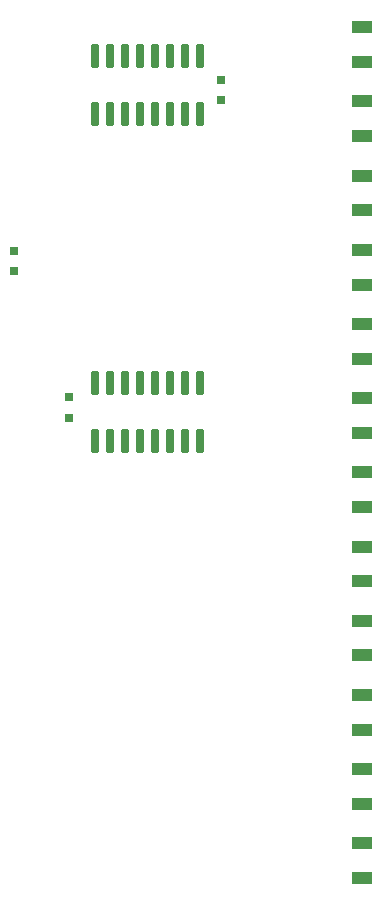
<source format=gbp>
G04*
G04 #@! TF.GenerationSoftware,Altium Limited,Altium Designer,24.0.1 (36)*
G04*
G04 Layer_Color=128*
%FSLAX44Y44*%
%MOMM*%
G71*
G04*
G04 #@! TF.SameCoordinates,71F2B9B8-5446-4F90-8F71-DE05B1429098*
G04*
G04*
G04 #@! TF.FilePolarity,Positive*
G04*
G01*
G75*
%ADD16R,0.8000X0.7000*%
%ADD19R,1.7200X1.0800*%
G04:AMPARAMS|DCode=69|XSize=1.97mm|YSize=0.6mm|CornerRadius=0.075mm|HoleSize=0mm|Usage=FLASHONLY|Rotation=270.000|XOffset=0mm|YOffset=0mm|HoleType=Round|Shape=RoundedRectangle|*
%AMROUNDEDRECTD69*
21,1,1.9700,0.4500,0,0,270.0*
21,1,1.8200,0.6000,0,0,270.0*
1,1,0.1500,-0.2250,-0.9100*
1,1,0.1500,-0.2250,0.9100*
1,1,0.1500,0.2250,0.9100*
1,1,0.1500,0.2250,-0.9100*
%
%ADD69ROUNDEDRECTD69*%
D16*
X431866Y748772D02*
D03*
Y765772D02*
D03*
X303765Y479858D02*
D03*
Y496858D02*
D03*
X256689Y620933D02*
D03*
Y603933D02*
D03*
D19*
X551651Y780839D02*
D03*
Y810239D02*
D03*
Y718032D02*
D03*
Y747432D02*
D03*
Y655224D02*
D03*
Y684624D02*
D03*
Y592417D02*
D03*
Y621817D02*
D03*
Y529609D02*
D03*
Y559009D02*
D03*
Y466802D02*
D03*
Y496202D02*
D03*
Y403995D02*
D03*
Y433395D02*
D03*
Y341188D02*
D03*
Y370588D02*
D03*
Y278380D02*
D03*
Y307780D02*
D03*
Y215573D02*
D03*
Y244973D02*
D03*
Y152766D02*
D03*
Y182166D02*
D03*
Y89959D02*
D03*
Y119359D02*
D03*
D69*
X414553Y509191D02*
D03*
X401853D02*
D03*
X389153D02*
D03*
X376453D02*
D03*
X363753D02*
D03*
X351053D02*
D03*
X338353D02*
D03*
X325653D02*
D03*
Y459691D02*
D03*
X338353D02*
D03*
X351053D02*
D03*
X363753D02*
D03*
X376453D02*
D03*
X389153D02*
D03*
X401853D02*
D03*
X414553D02*
D03*
X325818Y785939D02*
D03*
X338518D02*
D03*
X351218D02*
D03*
X363918D02*
D03*
X376618D02*
D03*
X389318D02*
D03*
X402018D02*
D03*
X414718D02*
D03*
Y736440D02*
D03*
X402018D02*
D03*
X389318D02*
D03*
X376618D02*
D03*
X363918D02*
D03*
X351218D02*
D03*
X338518D02*
D03*
X325818D02*
D03*
M02*

</source>
